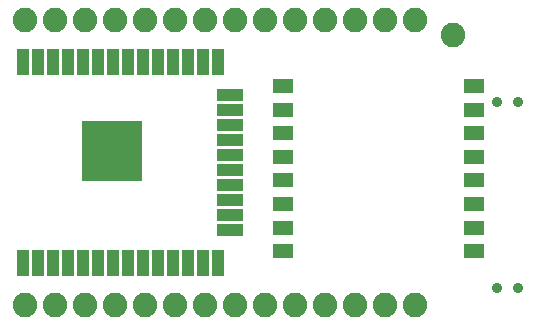
<source format=gbr>
G04 EAGLE Gerber RS-274X export*
G75*
%MOMM*%
%FSLAX34Y34*%
%LPD*%
%INSoldermask Bottom*%
%IPPOS*%
%AMOC8*
5,1,8,0,0,1.08239X$1,22.5*%
G01*
%ADD10R,1.103200X2.203200*%
%ADD11R,2.203200X1.103200*%
%ADD12R,5.203200X5.203200*%
%ADD13R,1.703200X1.203200*%
%ADD14C,0.903200*%
%ADD15C,2.082800*%


D10*
X80750Y224700D03*
X93450Y224700D03*
X106150Y224700D03*
X118850Y224700D03*
X131550Y224700D03*
X144250Y224700D03*
X156950Y224700D03*
X169650Y224700D03*
X182350Y224700D03*
X195050Y224700D03*
X207750Y224700D03*
X220450Y224700D03*
X233150Y224700D03*
X245850Y224700D03*
D11*
X255850Y196850D03*
X255850Y184150D03*
X255850Y171450D03*
X255850Y158750D03*
X255850Y146050D03*
X255850Y133350D03*
X255850Y120650D03*
X255850Y107950D03*
X255850Y95250D03*
X255850Y82550D03*
D10*
X245850Y54700D03*
X233150Y54700D03*
X220450Y54700D03*
X207750Y54700D03*
X195050Y54700D03*
X182350Y54700D03*
X169650Y54700D03*
X156950Y54700D03*
X144250Y54700D03*
X131550Y54700D03*
X118850Y54700D03*
X106150Y54700D03*
X93450Y54700D03*
X80750Y54700D03*
D12*
X155750Y149700D03*
D13*
X463050Y204450D03*
X463050Y184450D03*
X463050Y164450D03*
X463050Y144450D03*
X463050Y124450D03*
X463050Y104450D03*
X463050Y84450D03*
X463050Y64450D03*
X301050Y64450D03*
X301050Y84450D03*
X301050Y104450D03*
X301050Y124450D03*
X301050Y144450D03*
X301050Y164450D03*
X301050Y184450D03*
X301050Y204450D03*
D14*
X482025Y33500D03*
X500025Y33500D03*
X482025Y191050D03*
X500025Y191050D03*
D15*
X412750Y19050D03*
X387350Y19050D03*
X361950Y19050D03*
X336550Y19050D03*
X311150Y19050D03*
X285750Y19050D03*
X260350Y19050D03*
X234950Y19050D03*
X209550Y19050D03*
X184150Y19050D03*
X158750Y19050D03*
X133350Y19050D03*
X107950Y19050D03*
X82550Y19050D03*
X412750Y260350D03*
X387350Y260350D03*
X361950Y260350D03*
X336550Y260350D03*
X311150Y260350D03*
X285750Y260350D03*
X260350Y260350D03*
X234950Y260350D03*
X209550Y260350D03*
X184150Y260350D03*
X158750Y260350D03*
X133350Y260350D03*
X107950Y260350D03*
X82550Y260350D03*
X444500Y247650D03*
M02*

</source>
